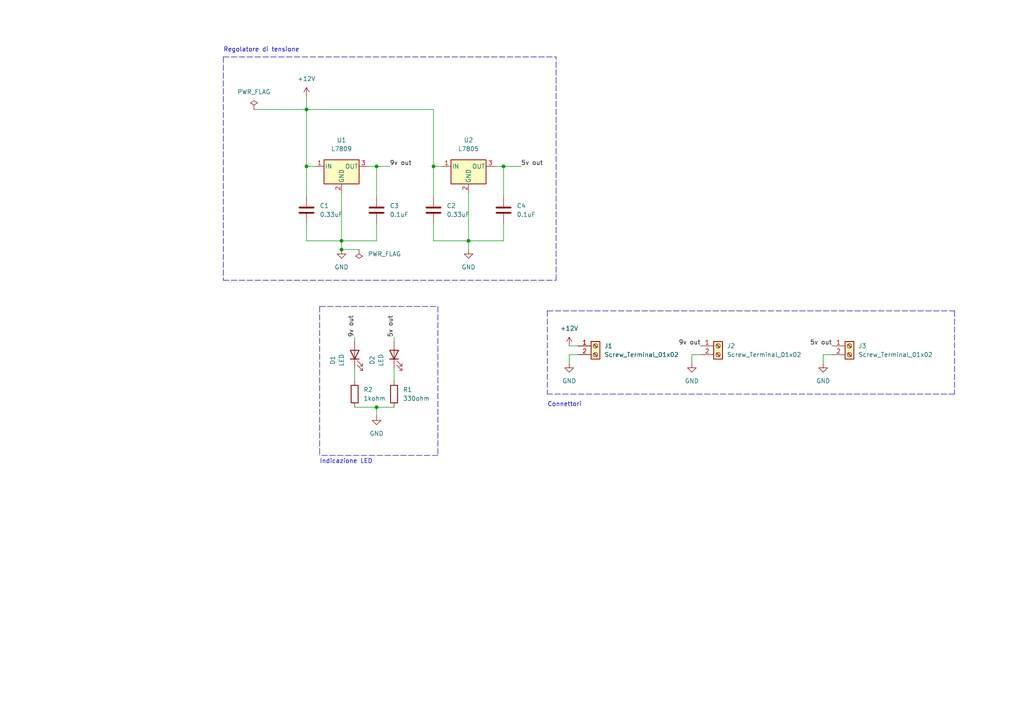
<source format=kicad_sch>
(kicad_sch (version 20211123) (generator eeschema)
  (paper "A4")
  (title_block (title "Buck5-9V") (date "2022-12-21") (rev "1") (company "MyCompany"))
  (lib_symbols
    (symbol "Connector:Screw_Terminal_01x02" (pin_names (offset 1.016) hide)
      (property "Reference" "J" (at 0 2.54 0))
      (property "Value" "Screw_Terminal_01x02" (at 0 -5.08 0))
      (symbol "Screw_Terminal_01x02_1_1"
        (rectangle (start -1.27 1.27) (end 1.27 -3.81) (stroke (width 0.254)) (fill (type background)))
        (circle (center 0 -2.54) (radius 0.635) (stroke (width 0.1524)))
        (polyline (pts (xy -0.5334 -2.2098) (xy 0.3302 -3.048)) (stroke (width 0.1524)))
        (polyline (pts (xy -0.5334 0.3302) (xy 0.3302 -0.508)) (stroke (width 0.1524)))
        (polyline (pts (xy -0.3556 -2.032) (xy 0.508 -2.8702)) (stroke (width 0.1524)))
        (polyline (pts (xy -0.3556 0.508) (xy 0.508 -0.3302)) (stroke (width 0.1524)))
        (circle (center 0 0) (radius 0.635) (stroke (width 0.1524)))
        (pin passive line (at -5.08 0 0) (length 3.81) (name "Pin_1") (number "1"))
        (pin passive line (at -5.08 -2.54 0) (length 3.81) (name "Pin_2") (number "2"))
      )
    )
    (symbol "Device:C" (pin_numbers hide) (pin_names (offset 0.254))
      (property "Reference" "C" (at 0.635 2.54 0))
      (property "Value" "C" (at 0.635 -2.54 0))
      (symbol "C_0_1"
        (polyline (pts (xy -2.032 -0.762) (xy 2.032 -0.762)) (stroke (width 0.508)))
        (polyline (pts (xy -2.032 0.762) (xy 2.032 0.762)) (stroke (width 0.508)))
      )
      (symbol "C_1_1"
        (pin passive line (at 0 3.81 270) (length 2.794) (name "~") (number "1"))
        (pin passive line (at 0 -3.81 90) (length 2.794) (name "~") (number "2"))
      )
    )
    (symbol "Device:LED" (pin_numbers hide) (pin_names (offset 1.016) hide)
      (property "Reference" "D" (at 0 2.54 0))
      (property "Value" "LED" (at 0 -2.54 0))
      (symbol "LED_0_1"
        (polyline (pts (xy -1.27 -1.27) (xy -1.27 1.27)) (stroke (width 0.254)))
        (polyline (pts (xy -1.27 0) (xy 1.27 0)))
        (polyline (pts (xy 1.27 -1.27) (xy 1.27 1.27) (xy -1.27 0) (xy 1.27 -1.27)) (stroke (width 0.254)))
        (polyline (pts (xy -3.048 -0.762) (xy -4.572 -2.286) (xy -3.81 -2.286) (xy -4.572 -2.286) (xy -4.572 -1.524)))
        (polyline (pts (xy -1.778 -0.762) (xy -3.302 -2.286) (xy -2.54 -2.286) (xy -3.302 -2.286) (xy -3.302 -1.524)))
      )
      (symbol "LED_1_1"
        (pin passive line (at -3.81 0 0) (length 2.54) (name "K") (number "1"))
        (pin passive line (at 3.81 0 180) (length 2.54) (name "A") (number "2"))
      )
    )
    (symbol "Device:R" (pin_numbers hide) (pin_names (offset 0))
      (property "Reference" "R" (at 2.032 0 90))
      (property "Value" "R" (at 0 0 90))
      (symbol "R_0_1"
        (rectangle (start -1.016 -2.54) (end 1.016 2.54) (stroke (width 0.254)))
      )
      (symbol "R_1_1"
        (pin passive line (at 0 3.81 270) (length 1.27) (name "~") (number "1"))
        (pin passive line (at 0 -3.81 90) (length 1.27) (name "~") (number "2"))
      )
    )
    (symbol "Regulator_Linear:L7805" (pin_names (offset 0.254))
      (property "Reference" "U" (at -3.81 3.175 0))
      (property "Value" "L7805" (at 0 3.175 0))
      (symbol "L7805_0_1"
        (rectangle (start -5.08 1.905) (end 5.08 -5.08) (stroke (width 0.254)) (fill (type background)))
      )
      (symbol "L7805_1_1"
        (pin power_in line (at -7.62 0 0) (length 2.54) (name "IN") (number "1"))
        (pin power_in line (at 0 -7.62 90) (length 2.54) (name "GND") (number "2"))
        (pin power_out line (at 7.62 0 180) (length 2.54) (name "OUT") (number "3"))
      )
    )
    (symbol "Regulator_Linear:L7809" (pin_names (offset 0.254))
      (property "Reference" "U" (at -3.81 3.175 0))
      (property "Value" "L7809" (at 0 3.175 0))
      (symbol "L7809_0_1"
        (rectangle (start -5.08 1.905) (end 5.08 -5.08) (stroke (width 0.254)) (fill (type background)))
      )
      (symbol "L7809_1_1"
        (pin power_in line (at -7.62 0 0) (length 2.54) (name "IN") (number "1"))
        (pin power_in line (at 0 -7.62 90) (length 2.54) (name "GND") (number "2"))
        (pin power_out line (at 7.62 0 180) (length 2.54) (name "OUT") (number "3"))
      )
    )
    (symbol "power:+12V" (power) (pin_names (offset 0))
      (property "Value" "+12V" (at 0 3.556 0))
      (symbol "+12V_0_1"
        (polyline (pts (xy -0.762 1.27) (xy 0 2.54)))
        (polyline (pts (xy 0 0) (xy 0 2.54)))
        (polyline (pts (xy 0 2.54) (xy 0.762 1.27)))
      )
      (symbol "+12V_1_1"
        (pin power_in line (at 0 0 90) (length 0) hide (name "+12V") (number "1"))
      )
    )
    (symbol "power:GND" (power) (pin_names (offset 0))
      (property "Value" "GND" (at 0 -3.81 0))
      (symbol "GND_0_1"
        (polyline (pts (xy 0 0) (xy 0 -1.27) (xy 1.27 -1.27) (xy 0 -2.54) (xy -1.27 -1.27) (xy 0 -1.27)))
      )
      (symbol "GND_1_1"
        (pin power_in line (at 0 0 270) (length 0) hide (name "GND") (number "1"))
      )
    )
    (symbol "power:PWR_FLAG" (power) (pin_numbers hide) (pin_names (offset 0) hide)
      (property "Value" "PWR_FLAG" (at 0 3.81 0))
      (symbol "PWR_FLAG_0_0"
        (pin power_out line (at 0 0 90) (length 0) (name "pwr") (number "1"))
      )
      (symbol "PWR_FLAG_0_1"
        (polyline (pts (xy 0 0) (xy 0 1.27) (xy -1.016 1.905) (xy 0 2.54) (xy 1.016 1.905) (xy 0 1.27)))
      )
    )
  )
  (junction (at 88.9 48.26))
  (junction (at 109.22 118.11))
  (junction (at 109.22 48.26))
  (junction (at 88.9 31.75))
  (junction (at 99.06 72.39))
  (junction (at 135.89 69.85))
  (junction (at 99.06 69.85))
  (junction (at 125.73 48.26))
  (junction (at 146.05 48.26))
  (wire (pts (xy 146.05 64.77) (xy 146.05 69.85)))
  (wire (pts (xy 146.05 69.85) (xy 135.89 69.85)))
  (wire (pts (xy 146.05 48.26) (xy 146.05 57.15)))
  (wire (pts (xy 88.9 31.75) (xy 88.9 48.26)))
  (wire (pts (xy 200.66 102.87) (xy 200.66 105.41)))
  (wire (pts (xy 125.73 64.77) (xy 125.73 69.85)))
  (wire (pts (xy 109.22 48.26) (xy 109.22 57.15)))
  (wire (pts (xy 128.27 48.26) (xy 125.73 48.26)))
  (wire (pts (xy 88.9 69.85) (xy 99.06 69.85)))
  (wire (pts (xy 106.68 48.26) (xy 109.22 48.26)))
  (wire (pts (xy 109.22 118.11) (xy 114.3 118.11)))
  (wire (pts (xy 88.9 64.77) (xy 88.9 69.85)))
  (wire (pts (xy 109.22 118.11) (xy 109.22 120.65)))
  (polyline (pts (xy 158.75 90.17) (xy 276.86 90.17)))
  (wire (pts (xy 114.3 97.79) (xy 114.3 99.06)))
  (wire (pts (xy 88.9 27.94) (xy 88.9 31.75)))
  (wire (pts (xy 102.87 97.79) (xy 102.87 99.06)))
  (wire (pts (xy 238.76 102.87) (xy 238.76 105.41)))
  (wire (pts (xy 114.3 106.68) (xy 114.3 110.49)))
  (polyline (pts (xy 92.71 88.9) (xy 127 88.9)))
  (wire (pts (xy 109.22 48.26) (xy 113.03 48.26)))
  (wire (pts (xy 88.9 48.26) (xy 88.9 57.15)))
  (wire (pts (xy 241.3 102.87) (xy 238.76 102.87)))
  (wire (pts (xy 125.73 48.26) (xy 125.73 57.15)))
  (wire (pts (xy 167.64 102.87) (xy 165.1 102.87)))
  (wire (pts (xy 143.51 48.26) (xy 146.05 48.26)))
  (polyline (pts (xy 276.86 114.3) (xy 158.75 114.3)))
  (wire (pts (xy 125.73 69.85) (xy 135.89 69.85)))
  (wire (pts (xy 135.89 55.88) (xy 135.89 69.85)))
  (polyline (pts (xy 158.75 90.17) (xy 158.75 114.3)))
  (wire (pts (xy 203.2 102.87) (xy 200.66 102.87)))
  (polyline (pts (xy 127 88.9) (xy 127 132.08)))
  (polyline (pts (xy 92.71 88.9) (xy 92.71 132.08)))
  (wire (pts (xy 99.06 72.39) (xy 104.14 72.39)))
  (wire (pts (xy 125.73 48.26) (xy 125.73 31.75)))
  (wire (pts (xy 146.05 48.26) (xy 151.13 48.26)))
  (wire (pts (xy 102.87 118.11) (xy 109.22 118.11)))
  (wire (pts (xy 91.44 48.26) (xy 88.9 48.26)))
  (wire (pts (xy 99.06 55.88) (xy 99.06 69.85)))
  (wire (pts (xy 109.22 64.77) (xy 109.22 69.85)))
  (wire (pts (xy 88.9 31.75) (xy 125.73 31.75)))
  (wire (pts (xy 102.87 106.68) (xy 102.87 110.49)))
  (wire (pts (xy 109.22 69.85) (xy 99.06 69.85)))
  (polyline (pts (xy 161.29 81.28) (xy 161.29 16.51)))
  (polyline (pts (xy 64.77 81.28) (xy 161.29 81.28)))
  (polyline (pts (xy 127 132.08) (xy 92.71 132.08)))
  (wire (pts (xy 165.1 100.33) (xy 167.64 100.33)))
  (wire (pts (xy 165.1 102.87) (xy 165.1 105.41)))
  (polyline (pts (xy 64.77 16.51) (xy 161.29 16.51)))
  (polyline (pts (xy 64.77 16.51) (xy 64.77 81.28)))
  (wire (pts (xy 73.66 31.75) (xy 88.9 31.75)))
  (wire (pts (xy 99.06 69.85) (xy 99.06 72.39)))
  (polyline (pts (xy 276.86 90.17) (xy 276.86 114.3)))
  (wire (pts (xy 135.89 69.85) (xy 135.89 72.39)))
  (text "Connettori" (at 158.75 118.11 0) (effects (font (size 1.27 1.27)) (justify left bottom)))
  (text "Indicazione LED" (at 92.71 134.62 0) (effects (font (size 1.27 1.27)) (justify left bottom)))
  (text "Regolatore di tensione" (at 64.77 15.24 0) (effects (font (size 1.27 1.27)) (justify left bottom)))
  (label "9v out" (at 113.03 48.26 0))
  (label "5v out" (at 241.3 100.33 180))
  (label "9v out" (at 102.87 97.79 90))
  (label "9v out" (at 203.2 100.33 180))
  (label "5v out" (at 151.13 48.26 0))
  (label "5v out" (at 114.3 97.79 90))
  (symbol (lib_id "Device:LED") (at 114.3 102.87 90) (unit 1)
    (property "Reference" "D2" (at 107.95 104.4575 0))
    (property "Value" "LED" (at 110.49 104.4575 0))
    (property "Footprint" "LED_THT:LED_D4.0mm" (effects hide))
  )
  (symbol (lib_id "power:GND") (at 109.22 120.65 0) (unit 1)
    (property "Reference" "#PWR0108" (effects hide))
    (property "Value" "GND" (at 109.22 125.73 0))
  )
  (symbol (lib_id "Regulator_Linear:L7809") (at 99.06 48.26 0) (unit 1)
    (property "Reference" "U1" (at 99.06 40.64 0))
    (property "Value" "L7809" (at 99.06 43.18 0))
    (property "Footprint" "Package_TO_SOT_THT:TO-220-3_Vertical" (effects hide))
    (property "Datasheet" "http://www.st.com/content/ccc/resource/technical/document/datasheet/41/4f/b3/b0/12/d4/47/88/CD00000444.pdf/files/CD00000444.pdf/jcr:content/translations/en.CD00000444.pdf" (effects hide))
  )
  (symbol (lib_id "power:GND") (at 238.76 105.41 0) (unit 1)
    (property "Reference" "#PWR0106" (effects hide))
    (property "Value" "GND" (at 238.76 110.49 0))
  )
  (symbol (lib_id "Connector:Screw_Terminal_01x02") (at 208.28 100.33 0) (unit 1)
    (property "Reference" "J2" (at 210.82 100.3299 0) (effects (justify left)))
    (property "Value" "Screw_Terminal_01x02" (at 210.82 102.8699 0) (effects (justify left)))
    (property "Footprint" "TerminalBlock_Phoenix:TerminalBlock_Phoenix_MKDS-1,5-2-5.08_1x02_P5.08mm_Horizontal" (effects hide))
  )
  (symbol (lib_id "power:PWR_FLAG") (at 73.66 31.75 0) (unit 1)
    (property "Reference" "#FLG0101" (effects hide))
    (property "Value" "PWR_FLAG" (at 73.66 26.67 0))
  )
  (symbol (lib_id "power:GND") (at 200.66 105.41 0) (unit 1)
    (property "Reference" "#PWR0104" (effects hide))
    (property "Value" "GND" (at 200.66 110.49 0))
  )
  (symbol (lib_id "Device:R") (at 114.3 114.3 0) (unit 1)
    (property "Reference" "R1" (at 116.84 113.0299 0) (effects (justify left)))
    (property "Value" "330ohm" (at 116.84 115.5699 0) (effects (justify left)))
    (property "Footprint" "Resistor_THT:R_Axial_DIN0204_L3.6mm_D1.6mm_P5.08mm_Horizontal" (effects hide))
  )
  (symbol (lib_id "Regulator_Linear:L7805") (at 135.89 48.26 0) (unit 1)
    (property "Reference" "U2" (at 135.89 40.64 0))
    (property "Value" "L7805" (at 135.89 43.18 0))
    (property "Footprint" "Package_TO_SOT_THT:TO-220-3_Vertical" (effects hide))
    (property "Datasheet" "http://www.st.com/content/ccc/resource/technical/document/datasheet/41/4f/b3/b0/12/d4/47/88/CD00000444.pdf/files/CD00000444.pdf/jcr:content/translations/en.CD00000444.pdf" (effects hide))
  )
  (symbol (lib_id "power:+12V") (at 88.9 27.94 0) (unit 1)
    (property "Reference" "#PWR0103" (effects hide))
    (property "Value" "+12V" (at 88.9 22.86 0))
  )
  (symbol (lib_id "Device:C") (at 88.9 60.96 0) (unit 1)
    (property "Reference" "C1" (at 92.71 59.6899 0) (effects (justify left)))
    (property "Value" "0.33uF" (at 92.71 62.2299 0) (effects (justify left)))
    (property "Footprint" "Resistor_THT:R_Axial_DIN0207_L6.3mm_D2.5mm_P2.54mm_Vertical" (effects hide))
  )
  (symbol (lib_id "power:PWR_FLAG") (at 104.14 72.39 180) (unit 1)
    (property "Reference" "#FLG0102" (effects hide))
    (property "Value" "PWR_FLAG" (at 106.68 73.6599 0) (effects (justify right)))
  )
  (symbol (lib_id "Device:C") (at 146.05 60.96 0) (unit 1)
    (property "Reference" "C4" (at 149.86 59.6899 0) (effects (justify left)))
    (property "Value" "0.1uF" (at 149.86 62.2299 0) (effects (justify left)))
    (property "Footprint" "Capacitor_THT:C_Disc_D3.0mm_W2.0mm_P2.50mm" (effects hide))
  )
  (symbol (lib_id "Device:R") (at 102.87 114.3 0) (unit 1)
    (property "Reference" "R2" (at 105.41 113.0299 0) (effects (justify left)))
    (property "Value" "1kohm" (at 105.41 115.5699 0) (effects (justify left)))
    (property "Footprint" "Resistor_THT:R_Axial_DIN0207_L6.3mm_D2.5mm_P7.62mm_Horizontal" (effects hide))
  )
  (symbol (lib_id "power:GND") (at 135.89 72.39 0) (unit 1)
    (property "Reference" "#PWR0101" (effects hide))
    (property "Value" "GND" (at 135.89 77.47 0))
  )
  (symbol (lib_id "Device:LED") (at 102.87 102.87 90) (unit 1)
    (property "Reference" "D1" (at 96.52 104.4575 0))
    (property "Value" "LED" (at 99.06 104.4575 0))
    (property "Footprint" "LED_THT:LED_D4.0mm" (effects hide))
  )
  (symbol (lib_id "Connector:Screw_Terminal_01x02") (at 246.38 100.33 0) (unit 1)
    (property "Reference" "J3" (at 248.92 100.3299 0) (effects (justify left)))
    (property "Value" "Screw_Terminal_01x02" (at 248.92 102.8699 0) (effects (justify left)))
    (property "Footprint" "TerminalBlock_Phoenix:TerminalBlock_Phoenix_MKDS-1,5-2-5.08_1x02_P5.08mm_Horizontal" (effects hide))
  )
  (symbol (lib_id "Device:C") (at 109.22 60.96 0) (unit 1)
    (property "Reference" "C3" (at 113.03 59.6899 0) (effects (justify left)))
    (property "Value" "0.1uF" (at 113.03 62.2299 0) (effects (justify left)))
    (property "Footprint" "Capacitor_THT:C_Disc_D3.0mm_W2.0mm_P2.50mm" (effects hide))
  )
  (symbol (lib_id "power:+12V") (at 165.1 100.33 0) (unit 1)
    (property "Reference" "#PWR0107" (effects hide))
    (property "Value" "+12V" (at 165.1 95.25 0))
  )
  (symbol (lib_id "power:GND") (at 99.06 72.39 0) (unit 1)
    (property "Reference" "#PWR0102" (effects hide))
    (property "Value" "GND" (at 99.06 77.47 0))
  )
  (symbol (lib_id "power:GND") (at 165.1 105.41 0) (unit 1)
    (property "Reference" "#PWR0105" (effects hide))
    (property "Value" "GND" (at 165.1 110.49 0))
  )
  (symbol (lib_id "Connector:Screw_Terminal_01x02") (at 172.72 100.33 0) (unit 1)
    (property "Reference" "J1" (at 175.26 100.3299 0) (effects (justify left)))
    (property "Value" "Screw_Terminal_01x02" (at 175.26 102.8699 0) (effects (justify left)))
    (property "Footprint" "TerminalBlock_Phoenix:TerminalBlock_Phoenix_MKDS-1,5-2-5.08_1x02_P5.08mm_Horizontal" (effects hide))
  )
  (symbol (lib_id "Device:C") (at 125.73 60.96 0) (unit 1)
    (property "Reference" "C2" (at 129.54 59.6899 0) (effects (justify left)))
    (property "Value" "0.33uF" (at 129.54 62.2299 0) (effects (justify left)))
    (property "Footprint" "Capacitor_THT:C_Disc_D4.7mm_W2.5mm_P5.00mm" (effects hide))
  )
)
</source>
